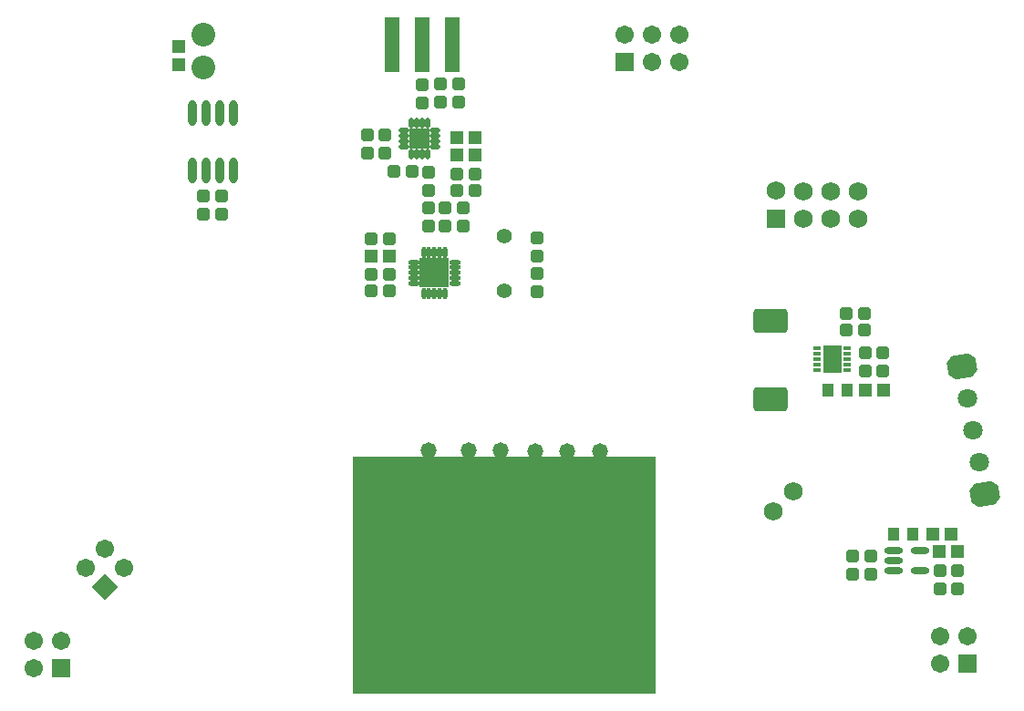
<source format=gts>
G04 Layer_Color=8388736*
%FSLAX25Y25*%
%MOIN*%
G70*
G01*
G75*
%ADD60R,1.11122X0.86713*%
%ADD61R,0.11036X0.11036*%
%ADD62O,0.04147X0.01784*%
%ADD63O,0.01784X0.04147*%
%ADD64R,0.06896X0.09849*%
%ADD65R,0.02762X0.01345*%
%ADD66O,0.03162X0.09461*%
%ADD67R,0.04737X0.05131*%
G04:AMPARAMS|DCode=68|XSize=47.37mil|YSize=43.43mil|CornerRadius=5.77mil|HoleSize=0mil|Usage=FLASHONLY|Rotation=270.000|XOffset=0mil|YOffset=0mil|HoleType=Round|Shape=RoundedRectangle|*
%AMROUNDEDRECTD68*
21,1,0.04737,0.03189,0,0,270.0*
21,1,0.03583,0.04343,0,0,270.0*
1,1,0.01154,-0.01595,-0.01791*
1,1,0.01154,-0.01595,0.01791*
1,1,0.01154,0.01595,0.01791*
1,1,0.01154,0.01595,-0.01791*
%
%ADD68ROUNDEDRECTD68*%
G04:AMPARAMS|DCode=69|XSize=47.37mil|YSize=43.43mil|CornerRadius=5.77mil|HoleSize=0mil|Usage=FLASHONLY|Rotation=0.000|XOffset=0mil|YOffset=0mil|HoleType=Round|Shape=RoundedRectangle|*
%AMROUNDEDRECTD69*
21,1,0.04737,0.03189,0,0,0.0*
21,1,0.03583,0.04343,0,0,0.0*
1,1,0.01154,0.01791,-0.01595*
1,1,0.01154,-0.01791,-0.01595*
1,1,0.01154,-0.01791,0.01595*
1,1,0.01154,0.01791,0.01595*
%
%ADD69ROUNDEDRECTD69*%
%ADD70R,0.03950X0.04540*%
G04:AMPARAMS|DCode=71|XSize=86.74mil|YSize=126.11mil|CornerRadius=11.87mil|HoleSize=0mil|Usage=FLASHONLY|Rotation=90.000|XOffset=0mil|YOffset=0mil|HoleType=Round|Shape=RoundedRectangle|*
%AMROUNDEDRECTD71*
21,1,0.08674,0.10236,0,0,90.0*
21,1,0.06299,0.12611,0,0,90.0*
1,1,0.02375,0.05118,0.03150*
1,1,0.02375,0.05118,-0.03150*
1,1,0.02375,-0.05118,-0.03150*
1,1,0.02375,-0.05118,0.03150*
%
%ADD71ROUNDEDRECTD71*%
%ADD72R,0.05524X0.20485*%
%ADD73R,0.05131X0.04737*%
%ADD74O,0.06706X0.02769*%
%ADD75O,0.01784X0.03950*%
%ADD76O,0.03950X0.01784*%
%ADD77R,0.07493X0.07493*%
%ADD78C,0.02369*%
%ADD79C,0.06706*%
%ADD80R,0.06706X0.06706*%
%ADD81P,0.09483X4X90.0*%
%ADD82C,0.08674*%
%ADD83R,0.06706X0.06706*%
%ADD84R,0.06800X0.06800*%
%ADD85C,0.06800*%
G04:AMPARAMS|DCode=86|XSize=106.42mil|YSize=86.74mil|CornerRadius=0mil|HoleSize=0mil|Usage=FLASHONLY|Rotation=10.000|XOffset=0mil|YOffset=0mil|HoleType=Round|Shape=Octagon|*
%AMOCTAGOND86*
4,1,8,0.05617,-0.01212,0.04864,0.03060,0.02352,0.04819,-0.03858,0.03724,-0.05617,0.01212,-0.04864,-0.03060,-0.02352,-0.04819,0.03858,-0.03724,0.05617,-0.01212,0.0*
%
%ADD86OCTAGOND86*%

%ADD87C,0.07099*%
%ADD88C,0.05524*%
%ADD89C,0.20800*%
%ADD90C,0.05800*%
%ADD91C,0.03162*%
D60*
X361467Y182333D02*
D03*
D61*
X336000Y293000D02*
D03*
D62*
X328520Y289063D02*
D03*
Y291032D02*
D03*
Y293000D02*
D03*
Y294969D02*
D03*
Y296937D02*
D03*
X343480D02*
D03*
Y294969D02*
D03*
Y293000D02*
D03*
Y291032D02*
D03*
Y289063D02*
D03*
D63*
X332063Y300480D02*
D03*
X334032D02*
D03*
X336000D02*
D03*
X337968D02*
D03*
X339937D02*
D03*
Y285520D02*
D03*
X337968D02*
D03*
X336000D02*
D03*
X334032D02*
D03*
X332063D02*
D03*
D64*
X481500Y261500D02*
D03*
D65*
X487012Y265437D02*
D03*
Y263469D02*
D03*
Y261500D02*
D03*
Y259531D02*
D03*
Y257563D02*
D03*
X475988D02*
D03*
Y259531D02*
D03*
Y261500D02*
D03*
Y263469D02*
D03*
Y265437D02*
D03*
D66*
X247600Y330551D02*
D03*
X252600D02*
D03*
X257600D02*
D03*
X262600D02*
D03*
X247600Y351449D02*
D03*
X252600D02*
D03*
X257600D02*
D03*
X262600D02*
D03*
D67*
X242500Y369153D02*
D03*
Y375847D02*
D03*
D68*
X251654Y321000D02*
D03*
X258347D02*
D03*
X251654Y314500D02*
D03*
X258347D02*
D03*
X493378Y271969D02*
D03*
X486685D02*
D03*
X493378Y277969D02*
D03*
X486685D02*
D03*
X313000Y305500D02*
D03*
X319693D02*
D03*
X313000Y292500D02*
D03*
X319693D02*
D03*
Y286500D02*
D03*
X313000D02*
D03*
X344847Y355500D02*
D03*
X338154D02*
D03*
X344847Y362000D02*
D03*
X338154D02*
D03*
X327847Y330000D02*
D03*
X321153D02*
D03*
X350847Y323000D02*
D03*
X344153D02*
D03*
X350847Y329000D02*
D03*
X344153D02*
D03*
D69*
X527362Y184153D02*
D03*
Y177461D02*
D03*
X520866Y184153D02*
D03*
Y177461D02*
D03*
X495500Y189347D02*
D03*
Y182653D02*
D03*
X489000Y189347D02*
D03*
Y182653D02*
D03*
X493500Y263846D02*
D03*
Y257154D02*
D03*
X500000Y263846D02*
D03*
Y257154D02*
D03*
X311500Y336653D02*
D03*
Y343347D02*
D03*
X318000Y336653D02*
D03*
Y343347D02*
D03*
X334000Y329847D02*
D03*
Y323153D02*
D03*
X373500Y292846D02*
D03*
Y286154D02*
D03*
Y299153D02*
D03*
Y305847D02*
D03*
X331500Y355153D02*
D03*
Y361846D02*
D03*
X334000Y310154D02*
D03*
Y316846D02*
D03*
X340000Y310154D02*
D03*
Y316846D02*
D03*
X346500D02*
D03*
Y310154D02*
D03*
D70*
X487043Y250000D02*
D03*
X479957D02*
D03*
X511043Y197500D02*
D03*
X503957D02*
D03*
D71*
X459000Y275370D02*
D03*
Y246630D02*
D03*
D72*
X342524Y376500D02*
D03*
X320476D02*
D03*
X331500D02*
D03*
D73*
X493653Y250000D02*
D03*
X500347Y250000D02*
D03*
X518153Y197500D02*
D03*
X524847D02*
D03*
X527347Y191000D02*
D03*
X520653D02*
D03*
X319693Y299000D02*
D03*
X313000D02*
D03*
X344153Y336000D02*
D03*
X350847D02*
D03*
X344153Y342500D02*
D03*
X350847D02*
D03*
D74*
X504000Y191500D02*
D03*
Y184020D02*
D03*
X513449Y191500D02*
D03*
Y184020D02*
D03*
X504000Y187760D02*
D03*
D75*
X327547Y336291D02*
D03*
X329516D02*
D03*
X331484D02*
D03*
X333453D02*
D03*
Y347709D02*
D03*
X331484D02*
D03*
X329516D02*
D03*
X327547D02*
D03*
D76*
X336209Y339047D02*
D03*
Y341016D02*
D03*
Y342984D02*
D03*
Y344953D02*
D03*
X324791D02*
D03*
Y342984D02*
D03*
Y341016D02*
D03*
Y339047D02*
D03*
D77*
X330500Y342000D02*
D03*
D78*
X479500Y261500D02*
D03*
X483764D02*
D03*
X481500Y265240D02*
D03*
Y257760D02*
D03*
D79*
X189500Y158500D02*
D03*
X199500D02*
D03*
X189500Y148500D02*
D03*
X215500Y192142D02*
D03*
X222571Y185071D02*
D03*
X208429D02*
D03*
X521000Y150000D02*
D03*
X531000Y160000D02*
D03*
X521000D02*
D03*
X425500Y380000D02*
D03*
Y370000D02*
D03*
X415500Y380000D02*
D03*
Y370000D02*
D03*
X405500Y380000D02*
D03*
D80*
X199500Y148500D02*
D03*
X531000Y150000D02*
D03*
D81*
X215500Y178000D02*
D03*
D82*
X251500Y367996D02*
D03*
Y380004D02*
D03*
D83*
X405500Y370000D02*
D03*
D84*
X461058Y312883D02*
D03*
D85*
X461000Y323000D02*
D03*
X471058Y322883D02*
D03*
X471058Y312883D02*
D03*
X481058Y322883D02*
D03*
X491058Y312883D02*
D03*
X481058Y312883D02*
D03*
X491058Y322883D02*
D03*
X460013Y205934D02*
D03*
X467085Y213005D02*
D03*
D86*
X528949Y258632D02*
D03*
X537153Y212105D02*
D03*
D87*
X535102Y223737D02*
D03*
X531000Y247000D02*
D03*
X533051Y235368D02*
D03*
D88*
X361500Y306500D02*
D03*
Y286500D02*
D03*
D89*
X405057Y150990D02*
D03*
D90*
X372736Y227756D02*
D03*
X360236Y228051D02*
D03*
X348425D02*
D03*
X396654Y227756D02*
D03*
X384547D02*
D03*
X333957Y227953D02*
D03*
D91*
X338165Y295165D02*
D03*
Y290835D02*
D03*
X333661Y295177D02*
D03*
X333858Y290846D02*
D03*
M02*

</source>
